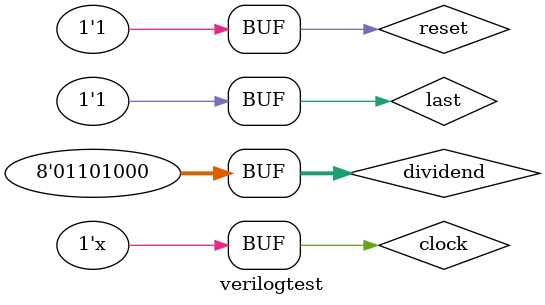
<source format=v>
`timescale 1ns / 1ps


module verilogtest(

    );
    
    reg [0:7] dividend;
    reg last;
    reg clock;
    reg reset;
    wire [0:7] out;
always #5 clock=~clock;
     initial begin
    // Test 1
    reset=0;
    clock=0;#10
    reset=1;#20
    dividend =32'b01101000;
    
    #10;
    last=1;
end
    design_1_wrapper uut(.crc_0(dividend),.last_0(last),.clock_0(clock),.reset_0(reset),.crc_output_0(out));
endmodule

</source>
